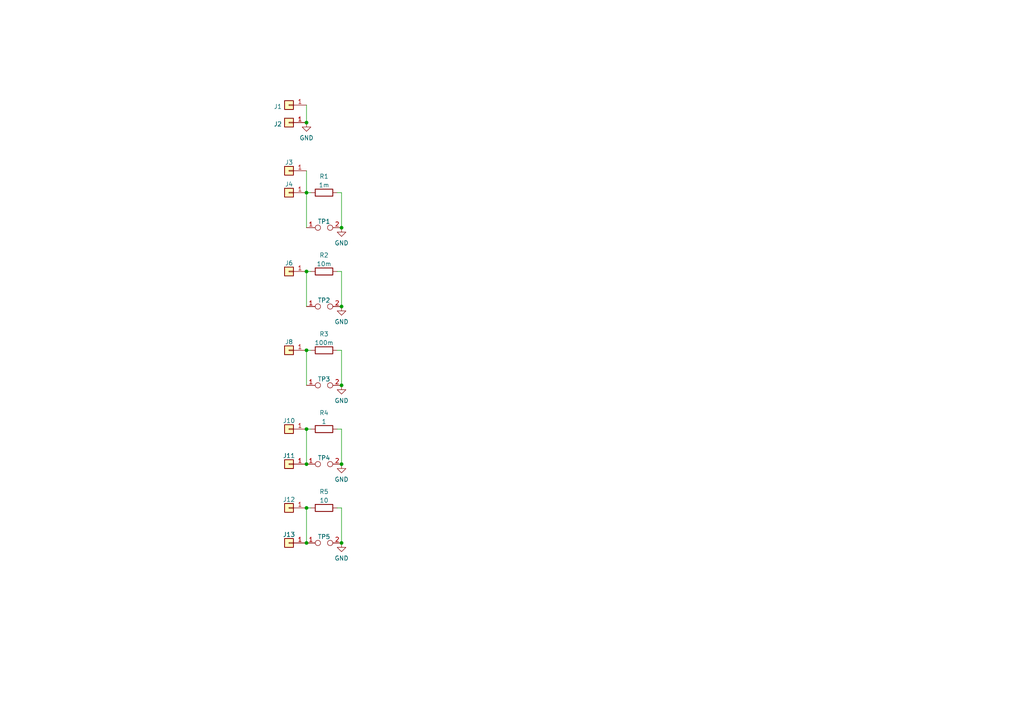
<source format=kicad_sch>
(kicad_sch (version 20211123) (generator eeschema)
  (paper "A4")
  (lib_symbols
    (symbol "Connector:TestPoint_2Pole" (pin_names (offset 0.762) hide)
      (property "Reference" "TP" (at 0 1.524 0))
      (property "Value" "TestPoint_2Pole" (at 0 -1.778 0))
      (symbol "TestPoint_2Pole_0_1"
        (circle (center -1.778 0) (radius 0.762))
        (circle (center 1.778 0) (radius 0.762))
        (pin passive line (at -5.08 0 0) (length 2.54) (name "1") (number "1"))
        (pin passive line (at 5.08 0 180) (length 2.54) (name "2") (number "2"))
      )
    )
    (symbol "Connector_Generic:Conn_01x01" (pin_names (offset 1.016) hide)
      (property "Reference" "J" (at 0 2.54 0))
      (property "Value" "Conn_01x01" (at 0 -2.54 0))
      (symbol "Conn_01x01_1_1"
        (rectangle (start -1.27 0.127) (end 0 -0.127) (stroke (width 0.1524)))
        (rectangle (start -1.27 1.27) (end 1.27 -1.27) (stroke (width 0.254)) (fill (type background)))
        (pin passive line (at -5.08 0 0) (length 3.81) (name "Pin_1") (number "1"))
      )
    )
    (symbol "Device:R" (pin_numbers hide) (pin_names (offset 0))
      (property "Reference" "R" (at 2.032 0 90))
      (property "Value" "R" (at 0 0 90))
      (symbol "R_0_1"
        (rectangle (start -1.016 -2.54) (end 1.016 2.54) (stroke (width 0.254)))
      )
      (symbol "R_1_1"
        (pin passive line (at 0 3.81 270) (length 1.27) (name "~") (number "1"))
        (pin passive line (at 0 -3.81 90) (length 1.27) (name "~") (number "2"))
      )
    )
    (symbol "power:GND" (power) (pin_names (offset 0))
      (property "Value" "GND" (at 0 -3.81 0))
      (symbol "GND_0_1"
        (polyline (pts (xy 0 0) (xy 0 -1.27) (xy 1.27 -1.27) (xy 0 -2.54) (xy -1.27 -1.27) (xy 0 -1.27)))
      )
      (symbol "GND_1_1"
        (pin power_in line (at 0 0 270) (length 0) hide (name "GND") (number "1"))
      )
    )
  )
  (junction (at 99.06 134.62))
  (junction (at 88.9 147.32))
  (junction (at 88.9 55.88))
  (junction (at 88.9 101.6))
  (junction (at 99.06 111.76))
  (junction (at 88.9 124.46))
  (junction (at 99.06 157.48))
  (junction (at 88.9 157.48))
  (junction (at 88.9 78.74))
  (junction (at 99.06 88.9))
  (junction (at 99.06 66.04))
  (junction (at 88.9 35.56))
  (junction (at 88.9 134.62))
  (wire (pts (xy 97.79 147.32) (xy 99.06 147.32)))
  (wire (pts (xy 88.9 147.32) (xy 90.17 147.32)))
  (wire (pts (xy 88.9 124.46) (xy 88.9 134.62)))
  (wire (pts (xy 88.9 124.46) (xy 90.17 124.46)))
  (wire (pts (xy 88.9 30.48) (xy 88.9 35.56)))
  (wire (pts (xy 97.79 55.88) (xy 99.06 55.88)))
  (wire (pts (xy 88.9 78.74) (xy 88.9 88.9)))
  (wire (pts (xy 88.9 78.74) (xy 90.17 78.74)))
  (wire (pts (xy 99.06 101.6) (xy 99.06 111.76)))
  (wire (pts (xy 88.9 147.32) (xy 88.9 157.48)))
  (wire (pts (xy 99.06 124.46) (xy 99.06 134.62)))
  (wire (pts (xy 88.9 101.6) (xy 88.9 111.76)))
  (wire (pts (xy 88.9 55.88) (xy 88.9 66.04)))
  (wire (pts (xy 97.79 78.74) (xy 99.06 78.74)))
  (wire (pts (xy 88.9 101.6) (xy 90.17 101.6)))
  (wire (pts (xy 99.06 55.88) (xy 99.06 66.04)))
  (wire (pts (xy 97.79 124.46) (xy 99.06 124.46)))
  (wire (pts (xy 97.79 101.6) (xy 99.06 101.6)))
  (wire (pts (xy 99.06 78.74) (xy 99.06 88.9)))
  (wire (pts (xy 88.9 55.88) (xy 90.17 55.88)))
  (wire (pts (xy 99.06 147.32) (xy 99.06 157.48)))
  (wire (pts (xy 88.9 49.53) (xy 88.9 55.88)))
  (symbol (lib_id "Connector_Generic:Conn_01x01") (at 83.82 30.48 0) (mirror y) (unit 1)
    (property "Reference" "J1" (at 81.788 30.9138 0) (effects (justify left)))
    (property "Value" "Conn_01x01" (effects hide))
    (property "Footprint" "Connector:Banana_Jack_1Pin" (effects hide))
    (property "AVL" "Changzhou Amass Elec" (effects hide))
    (property "AVL P/N" "24.247.2" (effects hide))
    (property "LCSC" "C106272" (effects hide))
  )
  (symbol (lib_id "Connector_Generic:Conn_01x01") (at 83.82 49.53 180) (unit 1)
    (property "Reference" "J3" (at 83.82 47.0972 0))
    (property "Value" "Conn_01x01" (effects hide))
    (property "Footprint" "Connector:Banana_Jack_1Pin" (effects hide))
    (property "AVL" "Changzhou Amass Elec" (effects hide))
    (property "AVL P/N" "24.247.1" (effects hide))
    (property "LCSC" "C106273" (effects hide))
  )
  (symbol (lib_id "Device:R") (at 93.98 78.74 90) (mirror x) (unit 1)
    (property "Reference" "R2" (at 93.98 74.0242 90))
    (property "Value" "10m" (at 93.98 76.5611 90))
    (property "Footprint" "Resistor_SMD:R_2512_6332Metric" (effects hide))
    (property "AVL" "Milliohm" (effects hide))
    (property "AVL P/N" "LR2512DS-3W-10mR-1%" (effects hide))
    (property "LCSC" "C500740" (effects hide))
  )
  (symbol (lib_id "Connector:TestPoint_2Pole") (at 93.98 66.04 0) (unit 1)
    (property "Reference" "TP1" (at 93.98 64.2422 0))
    (property "Value" "TestPoint_2Pole" (effects hide))
    (property "Footprint" "Library:TestPoint_2Pads_Pitch2.54mm_Drill1mm" (effects hide))
  )
  (symbol (lib_id "Connector_Generic:Conn_01x01") (at 83.82 124.46 180) (unit 1)
    (property "Reference" "J10" (at 83.82 122.0272 0))
    (property "Value" "Conn_01x01" (effects hide))
    (property "Footprint" "Connector:Banana_Jack_1Pin" (effects hide))
    (property "AVL" "Changzhou Amass Elec" (effects hide))
    (property "AVL P/N" "24.247.1" (effects hide))
    (property "LCSC" "C106273" (effects hide))
  )
  (symbol (lib_id "Connector:TestPoint_2Pole") (at 93.98 88.9 0) (unit 1)
    (property "Reference" "TP2" (at 93.98 87.1022 0))
    (property "Value" "TestPoint_2Pole" (effects hide))
    (property "Footprint" "Library:TestPoint_2Pads_Pitch2.54mm_Drill1mm" (effects hide))
  )
  (symbol (lib_id "power:GND") (at 99.06 88.9 0) (unit 1)
    (property "Reference" "#PWR03" (effects hide))
    (property "Value" "GND" (at 99.06 93.3434 0))
  )
  (symbol (lib_id "Connector:TestPoint_2Pole") (at 93.98 111.76 0) (unit 1)
    (property "Reference" "TP3" (at 93.98 109.9622 0))
    (property "Value" "TestPoint_2Pole" (effects hide))
    (property "Footprint" "Library:TestPoint_2Pads_Pitch2.54mm_Drill1mm" (effects hide))
  )
  (symbol (lib_id "Device:R") (at 93.98 55.88 90) (mirror x) (unit 1)
    (property "Reference" "R1" (at 93.98 51.1642 90))
    (property "Value" "1m" (at 93.98 53.7011 90))
    (property "Footprint" "Resistor_SMD:R_Shunt_Vishay_WSR2_WSR3" (effects hide))
    (property "AVL" "Milliohm" (effects hide))
    (property "AVL P/N" "HolRS3921-3W-1mR-1%" (effects hide))
    (property "LCSC" "C2927589" (effects hide))
  )
  (symbol (lib_id "Connector_Generic:Conn_01x01") (at 83.82 55.88 180) (unit 1)
    (property "Reference" "J4" (at 83.82 53.4472 0))
    (property "Value" "Conn_01x01" (effects hide))
    (property "Footprint" "Connector:Banana_Jack_1Pin" (effects hide))
    (property "AVL" "Changzhou Amass Elec" (effects hide))
    (property "AVL P/N" "24.247.1" (effects hide))
    (property "LCSC" "C106273" (effects hide))
  )
  (symbol (lib_id "Connector_Generic:Conn_01x01") (at 83.82 134.62 180) (unit 1)
    (property "Reference" "J11" (at 83.82 132.1872 0))
    (property "Value" "Conn_01x01" (effects hide))
    (property "Footprint" "Connector_PinHeader_1.00mm:PinHeader_1x01_P1.00mm_Vertical" (effects hide))
  )
  (symbol (lib_id "power:GND") (at 99.06 157.48 0) (unit 1)
    (property "Reference" "#PWR06" (effects hide))
    (property "Value" "GND" (at 99.06 161.9234 0))
  )
  (symbol (lib_id "power:GND") (at 99.06 66.04 0) (unit 1)
    (property "Reference" "#PWR02" (effects hide))
    (property "Value" "GND" (at 99.06 70.4834 0))
  )
  (symbol (lib_id "Connector:TestPoint_2Pole") (at 93.98 157.48 0) (unit 1)
    (property "Reference" "TP5" (at 93.98 155.6822 0))
    (property "Value" "TestPoint_2Pole" (effects hide))
    (property "Footprint" "Library:TestPoint_2Pads_Pitch2.54mm_Drill1mm" (effects hide))
  )
  (symbol (lib_id "Device:R") (at 93.98 147.32 270) (unit 1)
    (property "Reference" "R5" (at 93.98 142.6042 90))
    (property "Value" "10" (at 93.98 145.1411 90))
    (property "Footprint" "Resistor_THT:R_Axial_DIN0617_L17.0mm_D6.0mm_P7.62mm_Vertical" (effects hide))
    (property "AVL" "Uniroyal" (effects hide))
    (property "AVL P/N" "MFR03SF100KA10" (effects hide))
    (property "LCSC" "C113667" (effects hide))
  )
  (symbol (lib_id "power:GND") (at 99.06 111.76 0) (unit 1)
    (property "Reference" "#PWR04" (effects hide))
    (property "Value" "GND" (at 99.06 116.2034 0))
  )
  (symbol (lib_id "Connector_Generic:Conn_01x01") (at 83.82 35.56 0) (mirror y) (unit 1)
    (property "Reference" "J2" (at 81.788 35.9938 0) (effects (justify left)))
    (property "Value" "Conn_01x01" (effects hide))
    (property "Footprint" "Connector:Banana_Jack_1Pin" (effects hide))
    (property "AVL" "Changzhou Amass Elec" (effects hide))
    (property "AVL P/N" "24.247.2" (effects hide))
    (property "LCSC" "C106272" (effects hide))
  )
  (symbol (lib_id "Connector_Generic:Conn_01x01") (at 83.82 78.74 180) (unit 1)
    (property "Reference" "J6" (at 83.82 76.3072 0))
    (property "Value" "Conn_01x01" (effects hide))
    (property "Footprint" "Connector:Banana_Jack_1Pin" (effects hide))
    (property "AVL" "Changzhou Amass Elec" (effects hide))
    (property "AVL P/N" "24.247.1" (effects hide))
    (property "LCSC" "C106273" (effects hide))
  )
  (symbol (lib_id "power:GND") (at 99.06 134.62 0) (unit 1)
    (property "Reference" "#PWR05" (effects hide))
    (property "Value" "GND" (at 99.06 139.0634 0))
  )
  (symbol (lib_id "Connector_Generic:Conn_01x01") (at 83.82 101.6 180) (unit 1)
    (property "Reference" "J8" (at 83.82 99.1672 0))
    (property "Value" "Conn_01x01" (effects hide))
    (property "Footprint" "Connector:Banana_Jack_1Pin" (effects hide))
    (property "AVL" "Changzhou Amass Elec" (effects hide))
    (property "AVL P/N" "24.247.1" (effects hide))
    (property "LCSC" "C106273" (effects hide))
  )
  (symbol (lib_id "Connector_Generic:Conn_01x01") (at 83.82 157.48 180) (unit 1)
    (property "Reference" "J13" (at 83.82 155.0472 0))
    (property "Value" "Conn_01x01" (effects hide))
    (property "Footprint" "Connector_PinHeader_1.00mm:PinHeader_1x01_P1.00mm_Vertical" (effects hide))
  )
  (symbol (lib_id "Device:R") (at 93.98 101.6 90) (mirror x) (unit 1)
    (property "Reference" "R3" (at 93.98 96.8842 90))
    (property "Value" "100m" (at 93.98 99.4211 90))
    (property "Footprint" "Resistor_SMD:R_2512_6332Metric" (effects hide))
    (property "AVL" "Milliohm" (effects hide))
    (property "AVL P/N" "HoLLR2512-3W-100mR-1%" (effects hide))
    (property "LCSC" "C2994646" (effects hide))
  )
  (symbol (lib_id "power:GND") (at 88.9 35.56 0) (mirror y) (unit 1)
    (property "Reference" "#PWR01" (effects hide))
    (property "Value" "GND" (at 88.9 40.0034 0))
  )
  (symbol (lib_id "Connector_Generic:Conn_01x01") (at 83.82 147.32 180) (unit 1)
    (property "Reference" "J12" (at 83.82 144.8872 0))
    (property "Value" "Conn_01x01" (effects hide))
    (property "Footprint" "Connector:Banana_Jack_1Pin" (effects hide))
    (property "AVL" "Changzhou Amass Elec" (effects hide))
    (property "AVL P/N" "24.247.1" (effects hide))
    (property "LCSC" "C106273" (effects hide))
  )
  (symbol (lib_id "Device:R") (at 93.98 124.46 270) (unit 1)
    (property "Reference" "R4" (at 93.98 119.7442 90))
    (property "Value" "1" (at 93.98 122.2811 90))
    (property "Footprint" "Resistor_THT:R_Axial_DIN0617_L17.0mm_D6.0mm_P7.62mm_Vertical" (effects hide))
    (property "AVL" "Uniroyal" (effects hide))
    (property "AVL P/N" "MFR03SF100KA10" (effects hide))
    (property "LCSC" "C113667" (effects hide))
  )
  (symbol (lib_id "Connector:TestPoint_2Pole") (at 93.98 134.62 0) (unit 1)
    (property "Reference" "TP4" (at 93.98 132.8222 0))
    (property "Value" "TestPoint_2Pole" (effects hide))
    (property "Footprint" "Library:TestPoint_2Pads_Pitch2.54mm_Drill1mm" (effects hide))
  )
)
</source>
